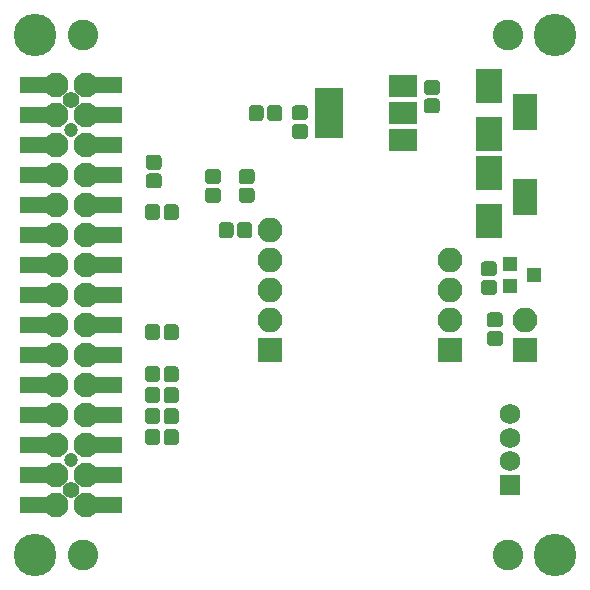
<source format=gts>
G04 #@! TF.GenerationSoftware,KiCad,Pcbnew,(5.1.4)-1*
G04 #@! TF.CreationDate,2020-04-17T11:09:56+09:00*
G04 #@! TF.ProjectId,M5_Atom2Mbus,4d355f41-746f-46d3-924d-6275732e6b69,v0.1*
G04 #@! TF.SameCoordinates,Original*
G04 #@! TF.FileFunction,Soldermask,Top*
G04 #@! TF.FilePolarity,Negative*
%FSLAX46Y46*%
G04 Gerber Fmt 4.6, Leading zero omitted, Abs format (unit mm)*
G04 Created by KiCad (PCBNEW (5.1.4)-1) date 2020-04-17 11:09:56*
%MOMM*%
%LPD*%
G04 APERTURE LIST*
%ADD10C,0.127000*%
%ADD11R,2.000200X1.568400*%
%ADD12C,1.200000*%
%ADD13C,1.400000*%
%ADD14R,3.550000X1.400000*%
%ADD15C,2.100000*%
%ADD16C,0.100000*%
%ADD17C,1.275000*%
%ADD18R,2.100000X2.100000*%
%ADD19O,2.100000X2.100000*%
%ADD20R,1.750000X1.750000*%
%ADD21C,1.750000*%
%ADD22R,1.300000X1.200000*%
%ADD23C,3.600000*%
%ADD24C,2.600000*%
%ADD25R,2.200000X2.900000*%
%ADD26R,2.400000X4.200000*%
%ADD27R,2.400000X1.900000*%
G04 APERTURE END LIST*
D10*
X149364400Y-99649800D02*
X147535600Y-99649800D01*
X149364400Y-99802200D02*
X149364400Y-99649800D01*
X147535600Y-99802200D02*
X149364400Y-99802200D01*
X147535600Y-99649800D02*
X147535600Y-99802200D01*
X147535600Y-92410800D02*
X147535600Y-92563200D01*
X147535600Y-92563200D02*
X149364400Y-92563200D01*
X149364400Y-92563200D02*
X149364400Y-92410800D01*
X149364400Y-92410800D02*
X147535600Y-92410800D01*
D11*
X148450000Y-100488000D03*
X148450000Y-98964000D03*
D12*
X110000000Y-121970000D03*
D13*
X110000000Y-124510000D03*
D12*
X110000000Y-94030000D03*
D14*
X107475000Y-90220000D03*
X107475000Y-102920000D03*
X107475000Y-100380000D03*
X107475000Y-97840000D03*
X107475000Y-95300000D03*
X107475000Y-92760000D03*
D12*
X106825000Y-90220000D03*
D14*
X112525000Y-90220000D03*
X112525000Y-92760000D03*
X112525000Y-95300000D03*
X112525000Y-97840000D03*
X112525000Y-100380000D03*
X112525000Y-102920000D03*
X107475000Y-105460000D03*
X112525000Y-105460000D03*
X107475000Y-108000000D03*
X112525000Y-108000000D03*
X107475000Y-110540000D03*
X112525000Y-110540000D03*
X107475000Y-113080000D03*
X112525000Y-113080000D03*
X107475000Y-115620000D03*
X112525000Y-115620000D03*
X107475000Y-118160000D03*
X112525000Y-118160000D03*
X107475000Y-120700000D03*
X112525000Y-120700000D03*
X107475000Y-123240000D03*
X112525000Y-123240000D03*
X107475000Y-125780000D03*
X112525000Y-125780000D03*
D12*
X106825000Y-92760000D03*
X106825000Y-95300000D03*
X106825000Y-97840000D03*
X106825000Y-100380000D03*
X106825000Y-102920000D03*
X106825000Y-105460000D03*
X106825000Y-108000000D03*
X106825000Y-110540000D03*
X106825000Y-113080000D03*
X106825000Y-115620000D03*
X106825000Y-118160000D03*
X106825000Y-120700000D03*
X106825000Y-123240000D03*
X106825000Y-125780000D03*
X113175000Y-90220000D03*
X113175000Y-92760000D03*
X113175000Y-95300000D03*
X113175000Y-97840000D03*
X113175000Y-100380000D03*
X113175000Y-102920000D03*
X113175000Y-105460000D03*
X113175000Y-108000000D03*
X113175000Y-110540000D03*
X113175000Y-113080000D03*
X113175000Y-115620000D03*
X113175000Y-118160000D03*
X113175000Y-120700000D03*
X113175000Y-123240000D03*
X113175000Y-125780000D03*
D13*
X110000000Y-91490000D03*
D15*
X108730000Y-90220000D03*
X111270000Y-90220000D03*
X108730000Y-92760000D03*
X111270000Y-92760000D03*
X108730000Y-95300000D03*
X111270000Y-95300000D03*
X108730000Y-97840000D03*
X111270000Y-97840000D03*
X108730000Y-100380000D03*
X111270000Y-100380000D03*
X108730000Y-102920000D03*
X111270000Y-102920000D03*
X108730000Y-105460000D03*
X111270000Y-105460000D03*
X108730000Y-108000000D03*
X111270000Y-108000000D03*
X108730000Y-110540000D03*
X111270000Y-110540000D03*
X108730000Y-113080000D03*
X111270000Y-113080000D03*
X108730000Y-115620000D03*
X111270000Y-115620000D03*
X108730000Y-118160000D03*
X111270000Y-118160000D03*
X108730000Y-120700000D03*
X111270000Y-120700000D03*
X108730000Y-123240000D03*
X111270000Y-123240000D03*
X108730000Y-125780000D03*
X111270000Y-125780000D03*
D16*
G36*
X122421493Y-97350035D02*
G01*
X122452435Y-97354625D01*
X122482778Y-97362225D01*
X122512230Y-97372763D01*
X122540508Y-97386138D01*
X122567338Y-97402219D01*
X122592463Y-97420853D01*
X122615640Y-97441860D01*
X122636647Y-97465037D01*
X122655281Y-97490162D01*
X122671362Y-97516992D01*
X122684737Y-97545270D01*
X122695275Y-97574722D01*
X122702875Y-97605065D01*
X122707465Y-97636007D01*
X122709000Y-97667250D01*
X122709000Y-98304750D01*
X122707465Y-98335993D01*
X122702875Y-98366935D01*
X122695275Y-98397278D01*
X122684737Y-98426730D01*
X122671362Y-98455008D01*
X122655281Y-98481838D01*
X122636647Y-98506963D01*
X122615640Y-98530140D01*
X122592463Y-98551147D01*
X122567338Y-98569781D01*
X122540508Y-98585862D01*
X122512230Y-98599237D01*
X122482778Y-98609775D01*
X122452435Y-98617375D01*
X122421493Y-98621965D01*
X122390250Y-98623500D01*
X121677750Y-98623500D01*
X121646507Y-98621965D01*
X121615565Y-98617375D01*
X121585222Y-98609775D01*
X121555770Y-98599237D01*
X121527492Y-98585862D01*
X121500662Y-98569781D01*
X121475537Y-98551147D01*
X121452360Y-98530140D01*
X121431353Y-98506963D01*
X121412719Y-98481838D01*
X121396638Y-98455008D01*
X121383263Y-98426730D01*
X121372725Y-98397278D01*
X121365125Y-98366935D01*
X121360535Y-98335993D01*
X121359000Y-98304750D01*
X121359000Y-97667250D01*
X121360535Y-97636007D01*
X121365125Y-97605065D01*
X121372725Y-97574722D01*
X121383263Y-97545270D01*
X121396638Y-97516992D01*
X121412719Y-97490162D01*
X121431353Y-97465037D01*
X121452360Y-97441860D01*
X121475537Y-97420853D01*
X121500662Y-97402219D01*
X121527492Y-97386138D01*
X121555770Y-97372763D01*
X121585222Y-97362225D01*
X121615565Y-97354625D01*
X121646507Y-97350035D01*
X121677750Y-97348500D01*
X122390250Y-97348500D01*
X122421493Y-97350035D01*
X122421493Y-97350035D01*
G37*
D17*
X122034000Y-97986000D03*
D16*
G36*
X122421493Y-98925035D02*
G01*
X122452435Y-98929625D01*
X122482778Y-98937225D01*
X122512230Y-98947763D01*
X122540508Y-98961138D01*
X122567338Y-98977219D01*
X122592463Y-98995853D01*
X122615640Y-99016860D01*
X122636647Y-99040037D01*
X122655281Y-99065162D01*
X122671362Y-99091992D01*
X122684737Y-99120270D01*
X122695275Y-99149722D01*
X122702875Y-99180065D01*
X122707465Y-99211007D01*
X122709000Y-99242250D01*
X122709000Y-99879750D01*
X122707465Y-99910993D01*
X122702875Y-99941935D01*
X122695275Y-99972278D01*
X122684737Y-100001730D01*
X122671362Y-100030008D01*
X122655281Y-100056838D01*
X122636647Y-100081963D01*
X122615640Y-100105140D01*
X122592463Y-100126147D01*
X122567338Y-100144781D01*
X122540508Y-100160862D01*
X122512230Y-100174237D01*
X122482778Y-100184775D01*
X122452435Y-100192375D01*
X122421493Y-100196965D01*
X122390250Y-100198500D01*
X121677750Y-100198500D01*
X121646507Y-100196965D01*
X121615565Y-100192375D01*
X121585222Y-100184775D01*
X121555770Y-100174237D01*
X121527492Y-100160862D01*
X121500662Y-100144781D01*
X121475537Y-100126147D01*
X121452360Y-100105140D01*
X121431353Y-100081963D01*
X121412719Y-100056838D01*
X121396638Y-100030008D01*
X121383263Y-100001730D01*
X121372725Y-99972278D01*
X121365125Y-99941935D01*
X121360535Y-99910993D01*
X121359000Y-99879750D01*
X121359000Y-99242250D01*
X121360535Y-99211007D01*
X121365125Y-99180065D01*
X121372725Y-99149722D01*
X121383263Y-99120270D01*
X121396638Y-99091992D01*
X121412719Y-99065162D01*
X121431353Y-99040037D01*
X121452360Y-99016860D01*
X121475537Y-98995853D01*
X121500662Y-98977219D01*
X121527492Y-98961138D01*
X121555770Y-98947763D01*
X121585222Y-98937225D01*
X121615565Y-98929625D01*
X121646507Y-98925035D01*
X121677750Y-98923500D01*
X122390250Y-98923500D01*
X122421493Y-98925035D01*
X122421493Y-98925035D01*
G37*
D17*
X122034000Y-99561000D03*
D16*
G36*
X118853493Y-115816535D02*
G01*
X118884435Y-115821125D01*
X118914778Y-115828725D01*
X118944230Y-115839263D01*
X118972508Y-115852638D01*
X118999338Y-115868719D01*
X119024463Y-115887353D01*
X119047640Y-115908360D01*
X119068647Y-115931537D01*
X119087281Y-115956662D01*
X119103362Y-115983492D01*
X119116737Y-116011770D01*
X119127275Y-116041222D01*
X119134875Y-116071565D01*
X119139465Y-116102507D01*
X119141000Y-116133750D01*
X119141000Y-116846250D01*
X119139465Y-116877493D01*
X119134875Y-116908435D01*
X119127275Y-116938778D01*
X119116737Y-116968230D01*
X119103362Y-116996508D01*
X119087281Y-117023338D01*
X119068647Y-117048463D01*
X119047640Y-117071640D01*
X119024463Y-117092647D01*
X118999338Y-117111281D01*
X118972508Y-117127362D01*
X118944230Y-117140737D01*
X118914778Y-117151275D01*
X118884435Y-117158875D01*
X118853493Y-117163465D01*
X118822250Y-117165000D01*
X118184750Y-117165000D01*
X118153507Y-117163465D01*
X118122565Y-117158875D01*
X118092222Y-117151275D01*
X118062770Y-117140737D01*
X118034492Y-117127362D01*
X118007662Y-117111281D01*
X117982537Y-117092647D01*
X117959360Y-117071640D01*
X117938353Y-117048463D01*
X117919719Y-117023338D01*
X117903638Y-116996508D01*
X117890263Y-116968230D01*
X117879725Y-116938778D01*
X117872125Y-116908435D01*
X117867535Y-116877493D01*
X117866000Y-116846250D01*
X117866000Y-116133750D01*
X117867535Y-116102507D01*
X117872125Y-116071565D01*
X117879725Y-116041222D01*
X117890263Y-116011770D01*
X117903638Y-115983492D01*
X117919719Y-115956662D01*
X117938353Y-115931537D01*
X117959360Y-115908360D01*
X117982537Y-115887353D01*
X118007662Y-115868719D01*
X118034492Y-115852638D01*
X118062770Y-115839263D01*
X118092222Y-115828725D01*
X118122565Y-115821125D01*
X118153507Y-115816535D01*
X118184750Y-115815000D01*
X118822250Y-115815000D01*
X118853493Y-115816535D01*
X118853493Y-115816535D01*
G37*
D17*
X118503500Y-116490000D03*
D16*
G36*
X117278493Y-115816535D02*
G01*
X117309435Y-115821125D01*
X117339778Y-115828725D01*
X117369230Y-115839263D01*
X117397508Y-115852638D01*
X117424338Y-115868719D01*
X117449463Y-115887353D01*
X117472640Y-115908360D01*
X117493647Y-115931537D01*
X117512281Y-115956662D01*
X117528362Y-115983492D01*
X117541737Y-116011770D01*
X117552275Y-116041222D01*
X117559875Y-116071565D01*
X117564465Y-116102507D01*
X117566000Y-116133750D01*
X117566000Y-116846250D01*
X117564465Y-116877493D01*
X117559875Y-116908435D01*
X117552275Y-116938778D01*
X117541737Y-116968230D01*
X117528362Y-116996508D01*
X117512281Y-117023338D01*
X117493647Y-117048463D01*
X117472640Y-117071640D01*
X117449463Y-117092647D01*
X117424338Y-117111281D01*
X117397508Y-117127362D01*
X117369230Y-117140737D01*
X117339778Y-117151275D01*
X117309435Y-117158875D01*
X117278493Y-117163465D01*
X117247250Y-117165000D01*
X116609750Y-117165000D01*
X116578507Y-117163465D01*
X116547565Y-117158875D01*
X116517222Y-117151275D01*
X116487770Y-117140737D01*
X116459492Y-117127362D01*
X116432662Y-117111281D01*
X116407537Y-117092647D01*
X116384360Y-117071640D01*
X116363353Y-117048463D01*
X116344719Y-117023338D01*
X116328638Y-116996508D01*
X116315263Y-116968230D01*
X116304725Y-116938778D01*
X116297125Y-116908435D01*
X116292535Y-116877493D01*
X116291000Y-116846250D01*
X116291000Y-116133750D01*
X116292535Y-116102507D01*
X116297125Y-116071565D01*
X116304725Y-116041222D01*
X116315263Y-116011770D01*
X116328638Y-115983492D01*
X116344719Y-115956662D01*
X116363353Y-115931537D01*
X116384360Y-115908360D01*
X116407537Y-115887353D01*
X116432662Y-115868719D01*
X116459492Y-115852638D01*
X116487770Y-115839263D01*
X116517222Y-115828725D01*
X116547565Y-115821125D01*
X116578507Y-115816535D01*
X116609750Y-115815000D01*
X117247250Y-115815000D01*
X117278493Y-115816535D01*
X117278493Y-115816535D01*
G37*
D17*
X116928500Y-116490000D03*
D18*
X126860000Y-112680000D03*
D19*
X126860000Y-110140000D03*
X126860000Y-107600000D03*
X126860000Y-105060000D03*
X126860000Y-102520000D03*
D18*
X142100000Y-112680000D03*
D19*
X142100000Y-110140000D03*
X142100000Y-107600000D03*
X142100000Y-105060000D03*
D16*
G36*
X118853493Y-100322535D02*
G01*
X118884435Y-100327125D01*
X118914778Y-100334725D01*
X118944230Y-100345263D01*
X118972508Y-100358638D01*
X118999338Y-100374719D01*
X119024463Y-100393353D01*
X119047640Y-100414360D01*
X119068647Y-100437537D01*
X119087281Y-100462662D01*
X119103362Y-100489492D01*
X119116737Y-100517770D01*
X119127275Y-100547222D01*
X119134875Y-100577565D01*
X119139465Y-100608507D01*
X119141000Y-100639750D01*
X119141000Y-101352250D01*
X119139465Y-101383493D01*
X119134875Y-101414435D01*
X119127275Y-101444778D01*
X119116737Y-101474230D01*
X119103362Y-101502508D01*
X119087281Y-101529338D01*
X119068647Y-101554463D01*
X119047640Y-101577640D01*
X119024463Y-101598647D01*
X118999338Y-101617281D01*
X118972508Y-101633362D01*
X118944230Y-101646737D01*
X118914778Y-101657275D01*
X118884435Y-101664875D01*
X118853493Y-101669465D01*
X118822250Y-101671000D01*
X118184750Y-101671000D01*
X118153507Y-101669465D01*
X118122565Y-101664875D01*
X118092222Y-101657275D01*
X118062770Y-101646737D01*
X118034492Y-101633362D01*
X118007662Y-101617281D01*
X117982537Y-101598647D01*
X117959360Y-101577640D01*
X117938353Y-101554463D01*
X117919719Y-101529338D01*
X117903638Y-101502508D01*
X117890263Y-101474230D01*
X117879725Y-101444778D01*
X117872125Y-101414435D01*
X117867535Y-101383493D01*
X117866000Y-101352250D01*
X117866000Y-100639750D01*
X117867535Y-100608507D01*
X117872125Y-100577565D01*
X117879725Y-100547222D01*
X117890263Y-100517770D01*
X117903638Y-100489492D01*
X117919719Y-100462662D01*
X117938353Y-100437537D01*
X117959360Y-100414360D01*
X117982537Y-100393353D01*
X118007662Y-100374719D01*
X118034492Y-100358638D01*
X118062770Y-100345263D01*
X118092222Y-100334725D01*
X118122565Y-100327125D01*
X118153507Y-100322535D01*
X118184750Y-100321000D01*
X118822250Y-100321000D01*
X118853493Y-100322535D01*
X118853493Y-100322535D01*
G37*
D17*
X118503500Y-100996000D03*
D16*
G36*
X117278493Y-100322535D02*
G01*
X117309435Y-100327125D01*
X117339778Y-100334725D01*
X117369230Y-100345263D01*
X117397508Y-100358638D01*
X117424338Y-100374719D01*
X117449463Y-100393353D01*
X117472640Y-100414360D01*
X117493647Y-100437537D01*
X117512281Y-100462662D01*
X117528362Y-100489492D01*
X117541737Y-100517770D01*
X117552275Y-100547222D01*
X117559875Y-100577565D01*
X117564465Y-100608507D01*
X117566000Y-100639750D01*
X117566000Y-101352250D01*
X117564465Y-101383493D01*
X117559875Y-101414435D01*
X117552275Y-101444778D01*
X117541737Y-101474230D01*
X117528362Y-101502508D01*
X117512281Y-101529338D01*
X117493647Y-101554463D01*
X117472640Y-101577640D01*
X117449463Y-101598647D01*
X117424338Y-101617281D01*
X117397508Y-101633362D01*
X117369230Y-101646737D01*
X117339778Y-101657275D01*
X117309435Y-101664875D01*
X117278493Y-101669465D01*
X117247250Y-101671000D01*
X116609750Y-101671000D01*
X116578507Y-101669465D01*
X116547565Y-101664875D01*
X116517222Y-101657275D01*
X116487770Y-101646737D01*
X116459492Y-101633362D01*
X116432662Y-101617281D01*
X116407537Y-101598647D01*
X116384360Y-101577640D01*
X116363353Y-101554463D01*
X116344719Y-101529338D01*
X116328638Y-101502508D01*
X116315263Y-101474230D01*
X116304725Y-101444778D01*
X116297125Y-101414435D01*
X116292535Y-101383493D01*
X116291000Y-101352250D01*
X116291000Y-100639750D01*
X116292535Y-100608507D01*
X116297125Y-100577565D01*
X116304725Y-100547222D01*
X116315263Y-100517770D01*
X116328638Y-100489492D01*
X116344719Y-100462662D01*
X116363353Y-100437537D01*
X116384360Y-100414360D01*
X116407537Y-100393353D01*
X116432662Y-100374719D01*
X116459492Y-100358638D01*
X116487770Y-100345263D01*
X116517222Y-100334725D01*
X116547565Y-100327125D01*
X116578507Y-100322535D01*
X116609750Y-100321000D01*
X117247250Y-100321000D01*
X117278493Y-100322535D01*
X117278493Y-100322535D01*
G37*
D17*
X116928500Y-100996000D03*
D16*
G36*
X117278493Y-110482535D02*
G01*
X117309435Y-110487125D01*
X117339778Y-110494725D01*
X117369230Y-110505263D01*
X117397508Y-110518638D01*
X117424338Y-110534719D01*
X117449463Y-110553353D01*
X117472640Y-110574360D01*
X117493647Y-110597537D01*
X117512281Y-110622662D01*
X117528362Y-110649492D01*
X117541737Y-110677770D01*
X117552275Y-110707222D01*
X117559875Y-110737565D01*
X117564465Y-110768507D01*
X117566000Y-110799750D01*
X117566000Y-111512250D01*
X117564465Y-111543493D01*
X117559875Y-111574435D01*
X117552275Y-111604778D01*
X117541737Y-111634230D01*
X117528362Y-111662508D01*
X117512281Y-111689338D01*
X117493647Y-111714463D01*
X117472640Y-111737640D01*
X117449463Y-111758647D01*
X117424338Y-111777281D01*
X117397508Y-111793362D01*
X117369230Y-111806737D01*
X117339778Y-111817275D01*
X117309435Y-111824875D01*
X117278493Y-111829465D01*
X117247250Y-111831000D01*
X116609750Y-111831000D01*
X116578507Y-111829465D01*
X116547565Y-111824875D01*
X116517222Y-111817275D01*
X116487770Y-111806737D01*
X116459492Y-111793362D01*
X116432662Y-111777281D01*
X116407537Y-111758647D01*
X116384360Y-111737640D01*
X116363353Y-111714463D01*
X116344719Y-111689338D01*
X116328638Y-111662508D01*
X116315263Y-111634230D01*
X116304725Y-111604778D01*
X116297125Y-111574435D01*
X116292535Y-111543493D01*
X116291000Y-111512250D01*
X116291000Y-110799750D01*
X116292535Y-110768507D01*
X116297125Y-110737565D01*
X116304725Y-110707222D01*
X116315263Y-110677770D01*
X116328638Y-110649492D01*
X116344719Y-110622662D01*
X116363353Y-110597537D01*
X116384360Y-110574360D01*
X116407537Y-110553353D01*
X116432662Y-110534719D01*
X116459492Y-110518638D01*
X116487770Y-110505263D01*
X116517222Y-110494725D01*
X116547565Y-110487125D01*
X116578507Y-110482535D01*
X116609750Y-110481000D01*
X117247250Y-110481000D01*
X117278493Y-110482535D01*
X117278493Y-110482535D01*
G37*
D17*
X116928500Y-111156000D03*
D16*
G36*
X118853493Y-110482535D02*
G01*
X118884435Y-110487125D01*
X118914778Y-110494725D01*
X118944230Y-110505263D01*
X118972508Y-110518638D01*
X118999338Y-110534719D01*
X119024463Y-110553353D01*
X119047640Y-110574360D01*
X119068647Y-110597537D01*
X119087281Y-110622662D01*
X119103362Y-110649492D01*
X119116737Y-110677770D01*
X119127275Y-110707222D01*
X119134875Y-110737565D01*
X119139465Y-110768507D01*
X119141000Y-110799750D01*
X119141000Y-111512250D01*
X119139465Y-111543493D01*
X119134875Y-111574435D01*
X119127275Y-111604778D01*
X119116737Y-111634230D01*
X119103362Y-111662508D01*
X119087281Y-111689338D01*
X119068647Y-111714463D01*
X119047640Y-111737640D01*
X119024463Y-111758647D01*
X118999338Y-111777281D01*
X118972508Y-111793362D01*
X118944230Y-111806737D01*
X118914778Y-111817275D01*
X118884435Y-111824875D01*
X118853493Y-111829465D01*
X118822250Y-111831000D01*
X118184750Y-111831000D01*
X118153507Y-111829465D01*
X118122565Y-111824875D01*
X118092222Y-111817275D01*
X118062770Y-111806737D01*
X118034492Y-111793362D01*
X118007662Y-111777281D01*
X117982537Y-111758647D01*
X117959360Y-111737640D01*
X117938353Y-111714463D01*
X117919719Y-111689338D01*
X117903638Y-111662508D01*
X117890263Y-111634230D01*
X117879725Y-111604778D01*
X117872125Y-111574435D01*
X117867535Y-111543493D01*
X117866000Y-111512250D01*
X117866000Y-110799750D01*
X117867535Y-110768507D01*
X117872125Y-110737565D01*
X117879725Y-110707222D01*
X117890263Y-110677770D01*
X117903638Y-110649492D01*
X117919719Y-110622662D01*
X117938353Y-110597537D01*
X117959360Y-110574360D01*
X117982537Y-110553353D01*
X118007662Y-110534719D01*
X118034492Y-110518638D01*
X118062770Y-110505263D01*
X118092222Y-110494725D01*
X118122565Y-110487125D01*
X118153507Y-110482535D01*
X118184750Y-110481000D01*
X118822250Y-110481000D01*
X118853493Y-110482535D01*
X118853493Y-110482535D01*
G37*
D17*
X118503500Y-111156000D03*
D16*
G36*
X118853493Y-114038535D02*
G01*
X118884435Y-114043125D01*
X118914778Y-114050725D01*
X118944230Y-114061263D01*
X118972508Y-114074638D01*
X118999338Y-114090719D01*
X119024463Y-114109353D01*
X119047640Y-114130360D01*
X119068647Y-114153537D01*
X119087281Y-114178662D01*
X119103362Y-114205492D01*
X119116737Y-114233770D01*
X119127275Y-114263222D01*
X119134875Y-114293565D01*
X119139465Y-114324507D01*
X119141000Y-114355750D01*
X119141000Y-115068250D01*
X119139465Y-115099493D01*
X119134875Y-115130435D01*
X119127275Y-115160778D01*
X119116737Y-115190230D01*
X119103362Y-115218508D01*
X119087281Y-115245338D01*
X119068647Y-115270463D01*
X119047640Y-115293640D01*
X119024463Y-115314647D01*
X118999338Y-115333281D01*
X118972508Y-115349362D01*
X118944230Y-115362737D01*
X118914778Y-115373275D01*
X118884435Y-115380875D01*
X118853493Y-115385465D01*
X118822250Y-115387000D01*
X118184750Y-115387000D01*
X118153507Y-115385465D01*
X118122565Y-115380875D01*
X118092222Y-115373275D01*
X118062770Y-115362737D01*
X118034492Y-115349362D01*
X118007662Y-115333281D01*
X117982537Y-115314647D01*
X117959360Y-115293640D01*
X117938353Y-115270463D01*
X117919719Y-115245338D01*
X117903638Y-115218508D01*
X117890263Y-115190230D01*
X117879725Y-115160778D01*
X117872125Y-115130435D01*
X117867535Y-115099493D01*
X117866000Y-115068250D01*
X117866000Y-114355750D01*
X117867535Y-114324507D01*
X117872125Y-114293565D01*
X117879725Y-114263222D01*
X117890263Y-114233770D01*
X117903638Y-114205492D01*
X117919719Y-114178662D01*
X117938353Y-114153537D01*
X117959360Y-114130360D01*
X117982537Y-114109353D01*
X118007662Y-114090719D01*
X118034492Y-114074638D01*
X118062770Y-114061263D01*
X118092222Y-114050725D01*
X118122565Y-114043125D01*
X118153507Y-114038535D01*
X118184750Y-114037000D01*
X118822250Y-114037000D01*
X118853493Y-114038535D01*
X118853493Y-114038535D01*
G37*
D17*
X118503500Y-114712000D03*
D16*
G36*
X117278493Y-114038535D02*
G01*
X117309435Y-114043125D01*
X117339778Y-114050725D01*
X117369230Y-114061263D01*
X117397508Y-114074638D01*
X117424338Y-114090719D01*
X117449463Y-114109353D01*
X117472640Y-114130360D01*
X117493647Y-114153537D01*
X117512281Y-114178662D01*
X117528362Y-114205492D01*
X117541737Y-114233770D01*
X117552275Y-114263222D01*
X117559875Y-114293565D01*
X117564465Y-114324507D01*
X117566000Y-114355750D01*
X117566000Y-115068250D01*
X117564465Y-115099493D01*
X117559875Y-115130435D01*
X117552275Y-115160778D01*
X117541737Y-115190230D01*
X117528362Y-115218508D01*
X117512281Y-115245338D01*
X117493647Y-115270463D01*
X117472640Y-115293640D01*
X117449463Y-115314647D01*
X117424338Y-115333281D01*
X117397508Y-115349362D01*
X117369230Y-115362737D01*
X117339778Y-115373275D01*
X117309435Y-115380875D01*
X117278493Y-115385465D01*
X117247250Y-115387000D01*
X116609750Y-115387000D01*
X116578507Y-115385465D01*
X116547565Y-115380875D01*
X116517222Y-115373275D01*
X116487770Y-115362737D01*
X116459492Y-115349362D01*
X116432662Y-115333281D01*
X116407537Y-115314647D01*
X116384360Y-115293640D01*
X116363353Y-115270463D01*
X116344719Y-115245338D01*
X116328638Y-115218508D01*
X116315263Y-115190230D01*
X116304725Y-115160778D01*
X116297125Y-115130435D01*
X116292535Y-115099493D01*
X116291000Y-115068250D01*
X116291000Y-114355750D01*
X116292535Y-114324507D01*
X116297125Y-114293565D01*
X116304725Y-114263222D01*
X116315263Y-114233770D01*
X116328638Y-114205492D01*
X116344719Y-114178662D01*
X116363353Y-114153537D01*
X116384360Y-114130360D01*
X116407537Y-114109353D01*
X116432662Y-114090719D01*
X116459492Y-114074638D01*
X116487770Y-114061263D01*
X116517222Y-114050725D01*
X116547565Y-114043125D01*
X116578507Y-114038535D01*
X116609750Y-114037000D01*
X117247250Y-114037000D01*
X117278493Y-114038535D01*
X117278493Y-114038535D01*
G37*
D17*
X116928500Y-114712000D03*
D16*
G36*
X117278493Y-119372535D02*
G01*
X117309435Y-119377125D01*
X117339778Y-119384725D01*
X117369230Y-119395263D01*
X117397508Y-119408638D01*
X117424338Y-119424719D01*
X117449463Y-119443353D01*
X117472640Y-119464360D01*
X117493647Y-119487537D01*
X117512281Y-119512662D01*
X117528362Y-119539492D01*
X117541737Y-119567770D01*
X117552275Y-119597222D01*
X117559875Y-119627565D01*
X117564465Y-119658507D01*
X117566000Y-119689750D01*
X117566000Y-120402250D01*
X117564465Y-120433493D01*
X117559875Y-120464435D01*
X117552275Y-120494778D01*
X117541737Y-120524230D01*
X117528362Y-120552508D01*
X117512281Y-120579338D01*
X117493647Y-120604463D01*
X117472640Y-120627640D01*
X117449463Y-120648647D01*
X117424338Y-120667281D01*
X117397508Y-120683362D01*
X117369230Y-120696737D01*
X117339778Y-120707275D01*
X117309435Y-120714875D01*
X117278493Y-120719465D01*
X117247250Y-120721000D01*
X116609750Y-120721000D01*
X116578507Y-120719465D01*
X116547565Y-120714875D01*
X116517222Y-120707275D01*
X116487770Y-120696737D01*
X116459492Y-120683362D01*
X116432662Y-120667281D01*
X116407537Y-120648647D01*
X116384360Y-120627640D01*
X116363353Y-120604463D01*
X116344719Y-120579338D01*
X116328638Y-120552508D01*
X116315263Y-120524230D01*
X116304725Y-120494778D01*
X116297125Y-120464435D01*
X116292535Y-120433493D01*
X116291000Y-120402250D01*
X116291000Y-119689750D01*
X116292535Y-119658507D01*
X116297125Y-119627565D01*
X116304725Y-119597222D01*
X116315263Y-119567770D01*
X116328638Y-119539492D01*
X116344719Y-119512662D01*
X116363353Y-119487537D01*
X116384360Y-119464360D01*
X116407537Y-119443353D01*
X116432662Y-119424719D01*
X116459492Y-119408638D01*
X116487770Y-119395263D01*
X116517222Y-119384725D01*
X116547565Y-119377125D01*
X116578507Y-119372535D01*
X116609750Y-119371000D01*
X117247250Y-119371000D01*
X117278493Y-119372535D01*
X117278493Y-119372535D01*
G37*
D17*
X116928500Y-120046000D03*
D16*
G36*
X118853493Y-119372535D02*
G01*
X118884435Y-119377125D01*
X118914778Y-119384725D01*
X118944230Y-119395263D01*
X118972508Y-119408638D01*
X118999338Y-119424719D01*
X119024463Y-119443353D01*
X119047640Y-119464360D01*
X119068647Y-119487537D01*
X119087281Y-119512662D01*
X119103362Y-119539492D01*
X119116737Y-119567770D01*
X119127275Y-119597222D01*
X119134875Y-119627565D01*
X119139465Y-119658507D01*
X119141000Y-119689750D01*
X119141000Y-120402250D01*
X119139465Y-120433493D01*
X119134875Y-120464435D01*
X119127275Y-120494778D01*
X119116737Y-120524230D01*
X119103362Y-120552508D01*
X119087281Y-120579338D01*
X119068647Y-120604463D01*
X119047640Y-120627640D01*
X119024463Y-120648647D01*
X118999338Y-120667281D01*
X118972508Y-120683362D01*
X118944230Y-120696737D01*
X118914778Y-120707275D01*
X118884435Y-120714875D01*
X118853493Y-120719465D01*
X118822250Y-120721000D01*
X118184750Y-120721000D01*
X118153507Y-120719465D01*
X118122565Y-120714875D01*
X118092222Y-120707275D01*
X118062770Y-120696737D01*
X118034492Y-120683362D01*
X118007662Y-120667281D01*
X117982537Y-120648647D01*
X117959360Y-120627640D01*
X117938353Y-120604463D01*
X117919719Y-120579338D01*
X117903638Y-120552508D01*
X117890263Y-120524230D01*
X117879725Y-120494778D01*
X117872125Y-120464435D01*
X117867535Y-120433493D01*
X117866000Y-120402250D01*
X117866000Y-119689750D01*
X117867535Y-119658507D01*
X117872125Y-119627565D01*
X117879725Y-119597222D01*
X117890263Y-119567770D01*
X117903638Y-119539492D01*
X117919719Y-119512662D01*
X117938353Y-119487537D01*
X117959360Y-119464360D01*
X117982537Y-119443353D01*
X118007662Y-119424719D01*
X118034492Y-119408638D01*
X118062770Y-119395263D01*
X118092222Y-119384725D01*
X118122565Y-119377125D01*
X118153507Y-119372535D01*
X118184750Y-119371000D01*
X118822250Y-119371000D01*
X118853493Y-119372535D01*
X118853493Y-119372535D01*
G37*
D17*
X118503500Y-120046000D03*
D16*
G36*
X117404993Y-97718535D02*
G01*
X117435935Y-97723125D01*
X117466278Y-97730725D01*
X117495730Y-97741263D01*
X117524008Y-97754638D01*
X117550838Y-97770719D01*
X117575963Y-97789353D01*
X117599140Y-97810360D01*
X117620147Y-97833537D01*
X117638781Y-97858662D01*
X117654862Y-97885492D01*
X117668237Y-97913770D01*
X117678775Y-97943222D01*
X117686375Y-97973565D01*
X117690965Y-98004507D01*
X117692500Y-98035750D01*
X117692500Y-98673250D01*
X117690965Y-98704493D01*
X117686375Y-98735435D01*
X117678775Y-98765778D01*
X117668237Y-98795230D01*
X117654862Y-98823508D01*
X117638781Y-98850338D01*
X117620147Y-98875463D01*
X117599140Y-98898640D01*
X117575963Y-98919647D01*
X117550838Y-98938281D01*
X117524008Y-98954362D01*
X117495730Y-98967737D01*
X117466278Y-98978275D01*
X117435935Y-98985875D01*
X117404993Y-98990465D01*
X117373750Y-98992000D01*
X116661250Y-98992000D01*
X116630007Y-98990465D01*
X116599065Y-98985875D01*
X116568722Y-98978275D01*
X116539270Y-98967737D01*
X116510992Y-98954362D01*
X116484162Y-98938281D01*
X116459037Y-98919647D01*
X116435860Y-98898640D01*
X116414853Y-98875463D01*
X116396219Y-98850338D01*
X116380138Y-98823508D01*
X116366763Y-98795230D01*
X116356225Y-98765778D01*
X116348625Y-98735435D01*
X116344035Y-98704493D01*
X116342500Y-98673250D01*
X116342500Y-98035750D01*
X116344035Y-98004507D01*
X116348625Y-97973565D01*
X116356225Y-97943222D01*
X116366763Y-97913770D01*
X116380138Y-97885492D01*
X116396219Y-97858662D01*
X116414853Y-97833537D01*
X116435860Y-97810360D01*
X116459037Y-97789353D01*
X116484162Y-97770719D01*
X116510992Y-97754638D01*
X116539270Y-97741263D01*
X116568722Y-97730725D01*
X116599065Y-97723125D01*
X116630007Y-97718535D01*
X116661250Y-97717000D01*
X117373750Y-97717000D01*
X117404993Y-97718535D01*
X117404993Y-97718535D01*
G37*
D17*
X117017500Y-98354500D03*
D16*
G36*
X117404993Y-96143535D02*
G01*
X117435935Y-96148125D01*
X117466278Y-96155725D01*
X117495730Y-96166263D01*
X117524008Y-96179638D01*
X117550838Y-96195719D01*
X117575963Y-96214353D01*
X117599140Y-96235360D01*
X117620147Y-96258537D01*
X117638781Y-96283662D01*
X117654862Y-96310492D01*
X117668237Y-96338770D01*
X117678775Y-96368222D01*
X117686375Y-96398565D01*
X117690965Y-96429507D01*
X117692500Y-96460750D01*
X117692500Y-97098250D01*
X117690965Y-97129493D01*
X117686375Y-97160435D01*
X117678775Y-97190778D01*
X117668237Y-97220230D01*
X117654862Y-97248508D01*
X117638781Y-97275338D01*
X117620147Y-97300463D01*
X117599140Y-97323640D01*
X117575963Y-97344647D01*
X117550838Y-97363281D01*
X117524008Y-97379362D01*
X117495730Y-97392737D01*
X117466278Y-97403275D01*
X117435935Y-97410875D01*
X117404993Y-97415465D01*
X117373750Y-97417000D01*
X116661250Y-97417000D01*
X116630007Y-97415465D01*
X116599065Y-97410875D01*
X116568722Y-97403275D01*
X116539270Y-97392737D01*
X116510992Y-97379362D01*
X116484162Y-97363281D01*
X116459037Y-97344647D01*
X116435860Y-97323640D01*
X116414853Y-97300463D01*
X116396219Y-97275338D01*
X116380138Y-97248508D01*
X116366763Y-97220230D01*
X116356225Y-97190778D01*
X116348625Y-97160435D01*
X116344035Y-97129493D01*
X116342500Y-97098250D01*
X116342500Y-96460750D01*
X116344035Y-96429507D01*
X116348625Y-96398565D01*
X116356225Y-96368222D01*
X116366763Y-96338770D01*
X116380138Y-96310492D01*
X116396219Y-96283662D01*
X116414853Y-96258537D01*
X116435860Y-96235360D01*
X116459037Y-96214353D01*
X116484162Y-96195719D01*
X116510992Y-96179638D01*
X116539270Y-96166263D01*
X116568722Y-96155725D01*
X116599065Y-96148125D01*
X116630007Y-96143535D01*
X116661250Y-96142000D01*
X117373750Y-96142000D01*
X117404993Y-96143535D01*
X117404993Y-96143535D01*
G37*
D17*
X117017500Y-96779500D03*
D16*
G36*
X118853493Y-117594535D02*
G01*
X118884435Y-117599125D01*
X118914778Y-117606725D01*
X118944230Y-117617263D01*
X118972508Y-117630638D01*
X118999338Y-117646719D01*
X119024463Y-117665353D01*
X119047640Y-117686360D01*
X119068647Y-117709537D01*
X119087281Y-117734662D01*
X119103362Y-117761492D01*
X119116737Y-117789770D01*
X119127275Y-117819222D01*
X119134875Y-117849565D01*
X119139465Y-117880507D01*
X119141000Y-117911750D01*
X119141000Y-118624250D01*
X119139465Y-118655493D01*
X119134875Y-118686435D01*
X119127275Y-118716778D01*
X119116737Y-118746230D01*
X119103362Y-118774508D01*
X119087281Y-118801338D01*
X119068647Y-118826463D01*
X119047640Y-118849640D01*
X119024463Y-118870647D01*
X118999338Y-118889281D01*
X118972508Y-118905362D01*
X118944230Y-118918737D01*
X118914778Y-118929275D01*
X118884435Y-118936875D01*
X118853493Y-118941465D01*
X118822250Y-118943000D01*
X118184750Y-118943000D01*
X118153507Y-118941465D01*
X118122565Y-118936875D01*
X118092222Y-118929275D01*
X118062770Y-118918737D01*
X118034492Y-118905362D01*
X118007662Y-118889281D01*
X117982537Y-118870647D01*
X117959360Y-118849640D01*
X117938353Y-118826463D01*
X117919719Y-118801338D01*
X117903638Y-118774508D01*
X117890263Y-118746230D01*
X117879725Y-118716778D01*
X117872125Y-118686435D01*
X117867535Y-118655493D01*
X117866000Y-118624250D01*
X117866000Y-117911750D01*
X117867535Y-117880507D01*
X117872125Y-117849565D01*
X117879725Y-117819222D01*
X117890263Y-117789770D01*
X117903638Y-117761492D01*
X117919719Y-117734662D01*
X117938353Y-117709537D01*
X117959360Y-117686360D01*
X117982537Y-117665353D01*
X118007662Y-117646719D01*
X118034492Y-117630638D01*
X118062770Y-117617263D01*
X118092222Y-117606725D01*
X118122565Y-117599125D01*
X118153507Y-117594535D01*
X118184750Y-117593000D01*
X118822250Y-117593000D01*
X118853493Y-117594535D01*
X118853493Y-117594535D01*
G37*
D17*
X118503500Y-118268000D03*
D16*
G36*
X117278493Y-117594535D02*
G01*
X117309435Y-117599125D01*
X117339778Y-117606725D01*
X117369230Y-117617263D01*
X117397508Y-117630638D01*
X117424338Y-117646719D01*
X117449463Y-117665353D01*
X117472640Y-117686360D01*
X117493647Y-117709537D01*
X117512281Y-117734662D01*
X117528362Y-117761492D01*
X117541737Y-117789770D01*
X117552275Y-117819222D01*
X117559875Y-117849565D01*
X117564465Y-117880507D01*
X117566000Y-117911750D01*
X117566000Y-118624250D01*
X117564465Y-118655493D01*
X117559875Y-118686435D01*
X117552275Y-118716778D01*
X117541737Y-118746230D01*
X117528362Y-118774508D01*
X117512281Y-118801338D01*
X117493647Y-118826463D01*
X117472640Y-118849640D01*
X117449463Y-118870647D01*
X117424338Y-118889281D01*
X117397508Y-118905362D01*
X117369230Y-118918737D01*
X117339778Y-118929275D01*
X117309435Y-118936875D01*
X117278493Y-118941465D01*
X117247250Y-118943000D01*
X116609750Y-118943000D01*
X116578507Y-118941465D01*
X116547565Y-118936875D01*
X116517222Y-118929275D01*
X116487770Y-118918737D01*
X116459492Y-118905362D01*
X116432662Y-118889281D01*
X116407537Y-118870647D01*
X116384360Y-118849640D01*
X116363353Y-118826463D01*
X116344719Y-118801338D01*
X116328638Y-118774508D01*
X116315263Y-118746230D01*
X116304725Y-118716778D01*
X116297125Y-118686435D01*
X116292535Y-118655493D01*
X116291000Y-118624250D01*
X116291000Y-117911750D01*
X116292535Y-117880507D01*
X116297125Y-117849565D01*
X116304725Y-117819222D01*
X116315263Y-117789770D01*
X116328638Y-117761492D01*
X116344719Y-117734662D01*
X116363353Y-117709537D01*
X116384360Y-117686360D01*
X116407537Y-117665353D01*
X116432662Y-117646719D01*
X116459492Y-117630638D01*
X116487770Y-117617263D01*
X116517222Y-117606725D01*
X116547565Y-117599125D01*
X116578507Y-117594535D01*
X116609750Y-117593000D01*
X117247250Y-117593000D01*
X117278493Y-117594535D01*
X117278493Y-117594535D01*
G37*
D17*
X116928500Y-118268000D03*
D16*
G36*
X125278993Y-97350035D02*
G01*
X125309935Y-97354625D01*
X125340278Y-97362225D01*
X125369730Y-97372763D01*
X125398008Y-97386138D01*
X125424838Y-97402219D01*
X125449963Y-97420853D01*
X125473140Y-97441860D01*
X125494147Y-97465037D01*
X125512781Y-97490162D01*
X125528862Y-97516992D01*
X125542237Y-97545270D01*
X125552775Y-97574722D01*
X125560375Y-97605065D01*
X125564965Y-97636007D01*
X125566500Y-97667250D01*
X125566500Y-98304750D01*
X125564965Y-98335993D01*
X125560375Y-98366935D01*
X125552775Y-98397278D01*
X125542237Y-98426730D01*
X125528862Y-98455008D01*
X125512781Y-98481838D01*
X125494147Y-98506963D01*
X125473140Y-98530140D01*
X125449963Y-98551147D01*
X125424838Y-98569781D01*
X125398008Y-98585862D01*
X125369730Y-98599237D01*
X125340278Y-98609775D01*
X125309935Y-98617375D01*
X125278993Y-98621965D01*
X125247750Y-98623500D01*
X124535250Y-98623500D01*
X124504007Y-98621965D01*
X124473065Y-98617375D01*
X124442722Y-98609775D01*
X124413270Y-98599237D01*
X124384992Y-98585862D01*
X124358162Y-98569781D01*
X124333037Y-98551147D01*
X124309860Y-98530140D01*
X124288853Y-98506963D01*
X124270219Y-98481838D01*
X124254138Y-98455008D01*
X124240763Y-98426730D01*
X124230225Y-98397278D01*
X124222625Y-98366935D01*
X124218035Y-98335993D01*
X124216500Y-98304750D01*
X124216500Y-97667250D01*
X124218035Y-97636007D01*
X124222625Y-97605065D01*
X124230225Y-97574722D01*
X124240763Y-97545270D01*
X124254138Y-97516992D01*
X124270219Y-97490162D01*
X124288853Y-97465037D01*
X124309860Y-97441860D01*
X124333037Y-97420853D01*
X124358162Y-97402219D01*
X124384992Y-97386138D01*
X124413270Y-97372763D01*
X124442722Y-97362225D01*
X124473065Y-97354625D01*
X124504007Y-97350035D01*
X124535250Y-97348500D01*
X125247750Y-97348500D01*
X125278993Y-97350035D01*
X125278993Y-97350035D01*
G37*
D17*
X124891500Y-97986000D03*
D16*
G36*
X125278993Y-98925035D02*
G01*
X125309935Y-98929625D01*
X125340278Y-98937225D01*
X125369730Y-98947763D01*
X125398008Y-98961138D01*
X125424838Y-98977219D01*
X125449963Y-98995853D01*
X125473140Y-99016860D01*
X125494147Y-99040037D01*
X125512781Y-99065162D01*
X125528862Y-99091992D01*
X125542237Y-99120270D01*
X125552775Y-99149722D01*
X125560375Y-99180065D01*
X125564965Y-99211007D01*
X125566500Y-99242250D01*
X125566500Y-99879750D01*
X125564965Y-99910993D01*
X125560375Y-99941935D01*
X125552775Y-99972278D01*
X125542237Y-100001730D01*
X125528862Y-100030008D01*
X125512781Y-100056838D01*
X125494147Y-100081963D01*
X125473140Y-100105140D01*
X125449963Y-100126147D01*
X125424838Y-100144781D01*
X125398008Y-100160862D01*
X125369730Y-100174237D01*
X125340278Y-100184775D01*
X125309935Y-100192375D01*
X125278993Y-100196965D01*
X125247750Y-100198500D01*
X124535250Y-100198500D01*
X124504007Y-100196965D01*
X124473065Y-100192375D01*
X124442722Y-100184775D01*
X124413270Y-100174237D01*
X124384992Y-100160862D01*
X124358162Y-100144781D01*
X124333037Y-100126147D01*
X124309860Y-100105140D01*
X124288853Y-100081963D01*
X124270219Y-100056838D01*
X124254138Y-100030008D01*
X124240763Y-100001730D01*
X124230225Y-99972278D01*
X124222625Y-99941935D01*
X124218035Y-99910993D01*
X124216500Y-99879750D01*
X124216500Y-99242250D01*
X124218035Y-99211007D01*
X124222625Y-99180065D01*
X124230225Y-99149722D01*
X124240763Y-99120270D01*
X124254138Y-99091992D01*
X124270219Y-99065162D01*
X124288853Y-99040037D01*
X124309860Y-99016860D01*
X124333037Y-98995853D01*
X124358162Y-98977219D01*
X124384992Y-98961138D01*
X124413270Y-98947763D01*
X124442722Y-98937225D01*
X124473065Y-98929625D01*
X124504007Y-98925035D01*
X124535250Y-98923500D01*
X125247750Y-98923500D01*
X125278993Y-98925035D01*
X125278993Y-98925035D01*
G37*
D17*
X124891500Y-99561000D03*
D20*
X147180000Y-124110000D03*
D21*
X147180000Y-122110000D03*
X147180000Y-120110000D03*
X147180000Y-118110000D03*
D16*
G36*
X145789493Y-106735535D02*
G01*
X145820435Y-106740125D01*
X145850778Y-106747725D01*
X145880230Y-106758263D01*
X145908508Y-106771638D01*
X145935338Y-106787719D01*
X145960463Y-106806353D01*
X145983640Y-106827360D01*
X146004647Y-106850537D01*
X146023281Y-106875662D01*
X146039362Y-106902492D01*
X146052737Y-106930770D01*
X146063275Y-106960222D01*
X146070875Y-106990565D01*
X146075465Y-107021507D01*
X146077000Y-107052750D01*
X146077000Y-107690250D01*
X146075465Y-107721493D01*
X146070875Y-107752435D01*
X146063275Y-107782778D01*
X146052737Y-107812230D01*
X146039362Y-107840508D01*
X146023281Y-107867338D01*
X146004647Y-107892463D01*
X145983640Y-107915640D01*
X145960463Y-107936647D01*
X145935338Y-107955281D01*
X145908508Y-107971362D01*
X145880230Y-107984737D01*
X145850778Y-107995275D01*
X145820435Y-108002875D01*
X145789493Y-108007465D01*
X145758250Y-108009000D01*
X145045750Y-108009000D01*
X145014507Y-108007465D01*
X144983565Y-108002875D01*
X144953222Y-107995275D01*
X144923770Y-107984737D01*
X144895492Y-107971362D01*
X144868662Y-107955281D01*
X144843537Y-107936647D01*
X144820360Y-107915640D01*
X144799353Y-107892463D01*
X144780719Y-107867338D01*
X144764638Y-107840508D01*
X144751263Y-107812230D01*
X144740725Y-107782778D01*
X144733125Y-107752435D01*
X144728535Y-107721493D01*
X144727000Y-107690250D01*
X144727000Y-107052750D01*
X144728535Y-107021507D01*
X144733125Y-106990565D01*
X144740725Y-106960222D01*
X144751263Y-106930770D01*
X144764638Y-106902492D01*
X144780719Y-106875662D01*
X144799353Y-106850537D01*
X144820360Y-106827360D01*
X144843537Y-106806353D01*
X144868662Y-106787719D01*
X144895492Y-106771638D01*
X144923770Y-106758263D01*
X144953222Y-106747725D01*
X144983565Y-106740125D01*
X145014507Y-106735535D01*
X145045750Y-106734000D01*
X145758250Y-106734000D01*
X145789493Y-106735535D01*
X145789493Y-106735535D01*
G37*
D17*
X145402000Y-107371500D03*
D16*
G36*
X145789493Y-105160535D02*
G01*
X145820435Y-105165125D01*
X145850778Y-105172725D01*
X145880230Y-105183263D01*
X145908508Y-105196638D01*
X145935338Y-105212719D01*
X145960463Y-105231353D01*
X145983640Y-105252360D01*
X146004647Y-105275537D01*
X146023281Y-105300662D01*
X146039362Y-105327492D01*
X146052737Y-105355770D01*
X146063275Y-105385222D01*
X146070875Y-105415565D01*
X146075465Y-105446507D01*
X146077000Y-105477750D01*
X146077000Y-106115250D01*
X146075465Y-106146493D01*
X146070875Y-106177435D01*
X146063275Y-106207778D01*
X146052737Y-106237230D01*
X146039362Y-106265508D01*
X146023281Y-106292338D01*
X146004647Y-106317463D01*
X145983640Y-106340640D01*
X145960463Y-106361647D01*
X145935338Y-106380281D01*
X145908508Y-106396362D01*
X145880230Y-106409737D01*
X145850778Y-106420275D01*
X145820435Y-106427875D01*
X145789493Y-106432465D01*
X145758250Y-106434000D01*
X145045750Y-106434000D01*
X145014507Y-106432465D01*
X144983565Y-106427875D01*
X144953222Y-106420275D01*
X144923770Y-106409737D01*
X144895492Y-106396362D01*
X144868662Y-106380281D01*
X144843537Y-106361647D01*
X144820360Y-106340640D01*
X144799353Y-106317463D01*
X144780719Y-106292338D01*
X144764638Y-106265508D01*
X144751263Y-106237230D01*
X144740725Y-106207778D01*
X144733125Y-106177435D01*
X144728535Y-106146493D01*
X144727000Y-106115250D01*
X144727000Y-105477750D01*
X144728535Y-105446507D01*
X144733125Y-105415565D01*
X144740725Y-105385222D01*
X144751263Y-105355770D01*
X144764638Y-105327492D01*
X144780719Y-105300662D01*
X144799353Y-105275537D01*
X144820360Y-105252360D01*
X144843537Y-105231353D01*
X144868662Y-105212719D01*
X144895492Y-105196638D01*
X144923770Y-105183263D01*
X144953222Y-105172725D01*
X144983565Y-105165125D01*
X145014507Y-105160535D01*
X145045750Y-105159000D01*
X145758250Y-105159000D01*
X145789493Y-105160535D01*
X145789493Y-105160535D01*
G37*
D17*
X145402000Y-105796500D03*
D18*
X148450000Y-112680000D03*
D19*
X148450000Y-110140000D03*
D22*
X147196000Y-105380000D03*
X147196000Y-107280000D03*
X149196000Y-106330000D03*
D16*
G36*
X146297493Y-111053535D02*
G01*
X146328435Y-111058125D01*
X146358778Y-111065725D01*
X146388230Y-111076263D01*
X146416508Y-111089638D01*
X146443338Y-111105719D01*
X146468463Y-111124353D01*
X146491640Y-111145360D01*
X146512647Y-111168537D01*
X146531281Y-111193662D01*
X146547362Y-111220492D01*
X146560737Y-111248770D01*
X146571275Y-111278222D01*
X146578875Y-111308565D01*
X146583465Y-111339507D01*
X146585000Y-111370750D01*
X146585000Y-112008250D01*
X146583465Y-112039493D01*
X146578875Y-112070435D01*
X146571275Y-112100778D01*
X146560737Y-112130230D01*
X146547362Y-112158508D01*
X146531281Y-112185338D01*
X146512647Y-112210463D01*
X146491640Y-112233640D01*
X146468463Y-112254647D01*
X146443338Y-112273281D01*
X146416508Y-112289362D01*
X146388230Y-112302737D01*
X146358778Y-112313275D01*
X146328435Y-112320875D01*
X146297493Y-112325465D01*
X146266250Y-112327000D01*
X145553750Y-112327000D01*
X145522507Y-112325465D01*
X145491565Y-112320875D01*
X145461222Y-112313275D01*
X145431770Y-112302737D01*
X145403492Y-112289362D01*
X145376662Y-112273281D01*
X145351537Y-112254647D01*
X145328360Y-112233640D01*
X145307353Y-112210463D01*
X145288719Y-112185338D01*
X145272638Y-112158508D01*
X145259263Y-112130230D01*
X145248725Y-112100778D01*
X145241125Y-112070435D01*
X145236535Y-112039493D01*
X145235000Y-112008250D01*
X145235000Y-111370750D01*
X145236535Y-111339507D01*
X145241125Y-111308565D01*
X145248725Y-111278222D01*
X145259263Y-111248770D01*
X145272638Y-111220492D01*
X145288719Y-111193662D01*
X145307353Y-111168537D01*
X145328360Y-111145360D01*
X145351537Y-111124353D01*
X145376662Y-111105719D01*
X145403492Y-111089638D01*
X145431770Y-111076263D01*
X145461222Y-111065725D01*
X145491565Y-111058125D01*
X145522507Y-111053535D01*
X145553750Y-111052000D01*
X146266250Y-111052000D01*
X146297493Y-111053535D01*
X146297493Y-111053535D01*
G37*
D17*
X145910000Y-111689500D03*
D16*
G36*
X146297493Y-109478535D02*
G01*
X146328435Y-109483125D01*
X146358778Y-109490725D01*
X146388230Y-109501263D01*
X146416508Y-109514638D01*
X146443338Y-109530719D01*
X146468463Y-109549353D01*
X146491640Y-109570360D01*
X146512647Y-109593537D01*
X146531281Y-109618662D01*
X146547362Y-109645492D01*
X146560737Y-109673770D01*
X146571275Y-109703222D01*
X146578875Y-109733565D01*
X146583465Y-109764507D01*
X146585000Y-109795750D01*
X146585000Y-110433250D01*
X146583465Y-110464493D01*
X146578875Y-110495435D01*
X146571275Y-110525778D01*
X146560737Y-110555230D01*
X146547362Y-110583508D01*
X146531281Y-110610338D01*
X146512647Y-110635463D01*
X146491640Y-110658640D01*
X146468463Y-110679647D01*
X146443338Y-110698281D01*
X146416508Y-110714362D01*
X146388230Y-110727737D01*
X146358778Y-110738275D01*
X146328435Y-110745875D01*
X146297493Y-110750465D01*
X146266250Y-110752000D01*
X145553750Y-110752000D01*
X145522507Y-110750465D01*
X145491565Y-110745875D01*
X145461222Y-110738275D01*
X145431770Y-110727737D01*
X145403492Y-110714362D01*
X145376662Y-110698281D01*
X145351537Y-110679647D01*
X145328360Y-110658640D01*
X145307353Y-110635463D01*
X145288719Y-110610338D01*
X145272638Y-110583508D01*
X145259263Y-110555230D01*
X145248725Y-110525778D01*
X145241125Y-110495435D01*
X145236535Y-110464493D01*
X145235000Y-110433250D01*
X145235000Y-109795750D01*
X145236535Y-109764507D01*
X145241125Y-109733565D01*
X145248725Y-109703222D01*
X145259263Y-109673770D01*
X145272638Y-109645492D01*
X145288719Y-109618662D01*
X145307353Y-109593537D01*
X145328360Y-109570360D01*
X145351537Y-109549353D01*
X145376662Y-109530719D01*
X145403492Y-109514638D01*
X145431770Y-109501263D01*
X145461222Y-109490725D01*
X145491565Y-109483125D01*
X145522507Y-109478535D01*
X145553750Y-109477000D01*
X146266250Y-109477000D01*
X146297493Y-109478535D01*
X146297493Y-109478535D01*
G37*
D17*
X145910000Y-110114500D03*
D23*
X107000000Y-130000000D03*
X151000000Y-130000000D03*
X151000000Y-86000000D03*
X107000000Y-86000000D03*
D24*
X111000000Y-130000000D03*
X147000000Y-130000000D03*
X147000000Y-86000000D03*
X111000000Y-86000000D03*
D16*
G36*
X140963493Y-89793535D02*
G01*
X140994435Y-89798125D01*
X141024778Y-89805725D01*
X141054230Y-89816263D01*
X141082508Y-89829638D01*
X141109338Y-89845719D01*
X141134463Y-89864353D01*
X141157640Y-89885360D01*
X141178647Y-89908537D01*
X141197281Y-89933662D01*
X141213362Y-89960492D01*
X141226737Y-89988770D01*
X141237275Y-90018222D01*
X141244875Y-90048565D01*
X141249465Y-90079507D01*
X141251000Y-90110750D01*
X141251000Y-90748250D01*
X141249465Y-90779493D01*
X141244875Y-90810435D01*
X141237275Y-90840778D01*
X141226737Y-90870230D01*
X141213362Y-90898508D01*
X141197281Y-90925338D01*
X141178647Y-90950463D01*
X141157640Y-90973640D01*
X141134463Y-90994647D01*
X141109338Y-91013281D01*
X141082508Y-91029362D01*
X141054230Y-91042737D01*
X141024778Y-91053275D01*
X140994435Y-91060875D01*
X140963493Y-91065465D01*
X140932250Y-91067000D01*
X140219750Y-91067000D01*
X140188507Y-91065465D01*
X140157565Y-91060875D01*
X140127222Y-91053275D01*
X140097770Y-91042737D01*
X140069492Y-91029362D01*
X140042662Y-91013281D01*
X140017537Y-90994647D01*
X139994360Y-90973640D01*
X139973353Y-90950463D01*
X139954719Y-90925338D01*
X139938638Y-90898508D01*
X139925263Y-90870230D01*
X139914725Y-90840778D01*
X139907125Y-90810435D01*
X139902535Y-90779493D01*
X139901000Y-90748250D01*
X139901000Y-90110750D01*
X139902535Y-90079507D01*
X139907125Y-90048565D01*
X139914725Y-90018222D01*
X139925263Y-89988770D01*
X139938638Y-89960492D01*
X139954719Y-89933662D01*
X139973353Y-89908537D01*
X139994360Y-89885360D01*
X140017537Y-89864353D01*
X140042662Y-89845719D01*
X140069492Y-89829638D01*
X140097770Y-89816263D01*
X140127222Y-89805725D01*
X140157565Y-89798125D01*
X140188507Y-89793535D01*
X140219750Y-89792000D01*
X140932250Y-89792000D01*
X140963493Y-89793535D01*
X140963493Y-89793535D01*
G37*
D17*
X140576000Y-90429500D03*
D16*
G36*
X140963493Y-91368535D02*
G01*
X140994435Y-91373125D01*
X141024778Y-91380725D01*
X141054230Y-91391263D01*
X141082508Y-91404638D01*
X141109338Y-91420719D01*
X141134463Y-91439353D01*
X141157640Y-91460360D01*
X141178647Y-91483537D01*
X141197281Y-91508662D01*
X141213362Y-91535492D01*
X141226737Y-91563770D01*
X141237275Y-91593222D01*
X141244875Y-91623565D01*
X141249465Y-91654507D01*
X141251000Y-91685750D01*
X141251000Y-92323250D01*
X141249465Y-92354493D01*
X141244875Y-92385435D01*
X141237275Y-92415778D01*
X141226737Y-92445230D01*
X141213362Y-92473508D01*
X141197281Y-92500338D01*
X141178647Y-92525463D01*
X141157640Y-92548640D01*
X141134463Y-92569647D01*
X141109338Y-92588281D01*
X141082508Y-92604362D01*
X141054230Y-92617737D01*
X141024778Y-92628275D01*
X140994435Y-92635875D01*
X140963493Y-92640465D01*
X140932250Y-92642000D01*
X140219750Y-92642000D01*
X140188507Y-92640465D01*
X140157565Y-92635875D01*
X140127222Y-92628275D01*
X140097770Y-92617737D01*
X140069492Y-92604362D01*
X140042662Y-92588281D01*
X140017537Y-92569647D01*
X139994360Y-92548640D01*
X139973353Y-92525463D01*
X139954719Y-92500338D01*
X139938638Y-92473508D01*
X139925263Y-92445230D01*
X139914725Y-92415778D01*
X139907125Y-92385435D01*
X139902535Y-92354493D01*
X139901000Y-92323250D01*
X139901000Y-91685750D01*
X139902535Y-91654507D01*
X139907125Y-91623565D01*
X139914725Y-91593222D01*
X139925263Y-91563770D01*
X139938638Y-91535492D01*
X139954719Y-91508662D01*
X139973353Y-91483537D01*
X139994360Y-91460360D01*
X140017537Y-91439353D01*
X140042662Y-91420719D01*
X140069492Y-91404638D01*
X140097770Y-91391263D01*
X140127222Y-91380725D01*
X140157565Y-91373125D01*
X140188507Y-91368535D01*
X140219750Y-91367000D01*
X140932250Y-91367000D01*
X140963493Y-91368535D01*
X140963493Y-91368535D01*
G37*
D17*
X140576000Y-92004500D03*
D16*
G36*
X129787493Y-93527535D02*
G01*
X129818435Y-93532125D01*
X129848778Y-93539725D01*
X129878230Y-93550263D01*
X129906508Y-93563638D01*
X129933338Y-93579719D01*
X129958463Y-93598353D01*
X129981640Y-93619360D01*
X130002647Y-93642537D01*
X130021281Y-93667662D01*
X130037362Y-93694492D01*
X130050737Y-93722770D01*
X130061275Y-93752222D01*
X130068875Y-93782565D01*
X130073465Y-93813507D01*
X130075000Y-93844750D01*
X130075000Y-94482250D01*
X130073465Y-94513493D01*
X130068875Y-94544435D01*
X130061275Y-94574778D01*
X130050737Y-94604230D01*
X130037362Y-94632508D01*
X130021281Y-94659338D01*
X130002647Y-94684463D01*
X129981640Y-94707640D01*
X129958463Y-94728647D01*
X129933338Y-94747281D01*
X129906508Y-94763362D01*
X129878230Y-94776737D01*
X129848778Y-94787275D01*
X129818435Y-94794875D01*
X129787493Y-94799465D01*
X129756250Y-94801000D01*
X129043750Y-94801000D01*
X129012507Y-94799465D01*
X128981565Y-94794875D01*
X128951222Y-94787275D01*
X128921770Y-94776737D01*
X128893492Y-94763362D01*
X128866662Y-94747281D01*
X128841537Y-94728647D01*
X128818360Y-94707640D01*
X128797353Y-94684463D01*
X128778719Y-94659338D01*
X128762638Y-94632508D01*
X128749263Y-94604230D01*
X128738725Y-94574778D01*
X128731125Y-94544435D01*
X128726535Y-94513493D01*
X128725000Y-94482250D01*
X128725000Y-93844750D01*
X128726535Y-93813507D01*
X128731125Y-93782565D01*
X128738725Y-93752222D01*
X128749263Y-93722770D01*
X128762638Y-93694492D01*
X128778719Y-93667662D01*
X128797353Y-93642537D01*
X128818360Y-93619360D01*
X128841537Y-93598353D01*
X128866662Y-93579719D01*
X128893492Y-93563638D01*
X128921770Y-93550263D01*
X128951222Y-93539725D01*
X128981565Y-93532125D01*
X129012507Y-93527535D01*
X129043750Y-93526000D01*
X129756250Y-93526000D01*
X129787493Y-93527535D01*
X129787493Y-93527535D01*
G37*
D17*
X129400000Y-94163500D03*
D16*
G36*
X129787493Y-91952535D02*
G01*
X129818435Y-91957125D01*
X129848778Y-91964725D01*
X129878230Y-91975263D01*
X129906508Y-91988638D01*
X129933338Y-92004719D01*
X129958463Y-92023353D01*
X129981640Y-92044360D01*
X130002647Y-92067537D01*
X130021281Y-92092662D01*
X130037362Y-92119492D01*
X130050737Y-92147770D01*
X130061275Y-92177222D01*
X130068875Y-92207565D01*
X130073465Y-92238507D01*
X130075000Y-92269750D01*
X130075000Y-92907250D01*
X130073465Y-92938493D01*
X130068875Y-92969435D01*
X130061275Y-92999778D01*
X130050737Y-93029230D01*
X130037362Y-93057508D01*
X130021281Y-93084338D01*
X130002647Y-93109463D01*
X129981640Y-93132640D01*
X129958463Y-93153647D01*
X129933338Y-93172281D01*
X129906508Y-93188362D01*
X129878230Y-93201737D01*
X129848778Y-93212275D01*
X129818435Y-93219875D01*
X129787493Y-93224465D01*
X129756250Y-93226000D01*
X129043750Y-93226000D01*
X129012507Y-93224465D01*
X128981565Y-93219875D01*
X128951222Y-93212275D01*
X128921770Y-93201737D01*
X128893492Y-93188362D01*
X128866662Y-93172281D01*
X128841537Y-93153647D01*
X128818360Y-93132640D01*
X128797353Y-93109463D01*
X128778719Y-93084338D01*
X128762638Y-93057508D01*
X128749263Y-93029230D01*
X128738725Y-92999778D01*
X128731125Y-92969435D01*
X128726535Y-92938493D01*
X128725000Y-92907250D01*
X128725000Y-92269750D01*
X128726535Y-92238507D01*
X128731125Y-92207565D01*
X128738725Y-92177222D01*
X128749263Y-92147770D01*
X128762638Y-92119492D01*
X128778719Y-92092662D01*
X128797353Y-92067537D01*
X128818360Y-92044360D01*
X128841537Y-92023353D01*
X128866662Y-92004719D01*
X128893492Y-91988638D01*
X128921770Y-91975263D01*
X128951222Y-91964725D01*
X128981565Y-91957125D01*
X129012507Y-91952535D01*
X129043750Y-91951000D01*
X129756250Y-91951000D01*
X129787493Y-91952535D01*
X129787493Y-91952535D01*
G37*
D17*
X129400000Y-92588500D03*
D25*
X145402000Y-97726000D03*
X145402000Y-101726000D03*
X145402000Y-94360000D03*
X145402000Y-90360000D03*
D11*
X148450000Y-91725000D03*
X148450000Y-93249000D03*
D16*
G36*
X125076493Y-101846535D02*
G01*
X125107435Y-101851125D01*
X125137778Y-101858725D01*
X125167230Y-101869263D01*
X125195508Y-101882638D01*
X125222338Y-101898719D01*
X125247463Y-101917353D01*
X125270640Y-101938360D01*
X125291647Y-101961537D01*
X125310281Y-101986662D01*
X125326362Y-102013492D01*
X125339737Y-102041770D01*
X125350275Y-102071222D01*
X125357875Y-102101565D01*
X125362465Y-102132507D01*
X125364000Y-102163750D01*
X125364000Y-102876250D01*
X125362465Y-102907493D01*
X125357875Y-102938435D01*
X125350275Y-102968778D01*
X125339737Y-102998230D01*
X125326362Y-103026508D01*
X125310281Y-103053338D01*
X125291647Y-103078463D01*
X125270640Y-103101640D01*
X125247463Y-103122647D01*
X125222338Y-103141281D01*
X125195508Y-103157362D01*
X125167230Y-103170737D01*
X125137778Y-103181275D01*
X125107435Y-103188875D01*
X125076493Y-103193465D01*
X125045250Y-103195000D01*
X124407750Y-103195000D01*
X124376507Y-103193465D01*
X124345565Y-103188875D01*
X124315222Y-103181275D01*
X124285770Y-103170737D01*
X124257492Y-103157362D01*
X124230662Y-103141281D01*
X124205537Y-103122647D01*
X124182360Y-103101640D01*
X124161353Y-103078463D01*
X124142719Y-103053338D01*
X124126638Y-103026508D01*
X124113263Y-102998230D01*
X124102725Y-102968778D01*
X124095125Y-102938435D01*
X124090535Y-102907493D01*
X124089000Y-102876250D01*
X124089000Y-102163750D01*
X124090535Y-102132507D01*
X124095125Y-102101565D01*
X124102725Y-102071222D01*
X124113263Y-102041770D01*
X124126638Y-102013492D01*
X124142719Y-101986662D01*
X124161353Y-101961537D01*
X124182360Y-101938360D01*
X124205537Y-101917353D01*
X124230662Y-101898719D01*
X124257492Y-101882638D01*
X124285770Y-101869263D01*
X124315222Y-101858725D01*
X124345565Y-101851125D01*
X124376507Y-101846535D01*
X124407750Y-101845000D01*
X125045250Y-101845000D01*
X125076493Y-101846535D01*
X125076493Y-101846535D01*
G37*
D17*
X124726500Y-102520000D03*
D16*
G36*
X123501493Y-101846535D02*
G01*
X123532435Y-101851125D01*
X123562778Y-101858725D01*
X123592230Y-101869263D01*
X123620508Y-101882638D01*
X123647338Y-101898719D01*
X123672463Y-101917353D01*
X123695640Y-101938360D01*
X123716647Y-101961537D01*
X123735281Y-101986662D01*
X123751362Y-102013492D01*
X123764737Y-102041770D01*
X123775275Y-102071222D01*
X123782875Y-102101565D01*
X123787465Y-102132507D01*
X123789000Y-102163750D01*
X123789000Y-102876250D01*
X123787465Y-102907493D01*
X123782875Y-102938435D01*
X123775275Y-102968778D01*
X123764737Y-102998230D01*
X123751362Y-103026508D01*
X123735281Y-103053338D01*
X123716647Y-103078463D01*
X123695640Y-103101640D01*
X123672463Y-103122647D01*
X123647338Y-103141281D01*
X123620508Y-103157362D01*
X123592230Y-103170737D01*
X123562778Y-103181275D01*
X123532435Y-103188875D01*
X123501493Y-103193465D01*
X123470250Y-103195000D01*
X122832750Y-103195000D01*
X122801507Y-103193465D01*
X122770565Y-103188875D01*
X122740222Y-103181275D01*
X122710770Y-103170737D01*
X122682492Y-103157362D01*
X122655662Y-103141281D01*
X122630537Y-103122647D01*
X122607360Y-103101640D01*
X122586353Y-103078463D01*
X122567719Y-103053338D01*
X122551638Y-103026508D01*
X122538263Y-102998230D01*
X122527725Y-102968778D01*
X122520125Y-102938435D01*
X122515535Y-102907493D01*
X122514000Y-102876250D01*
X122514000Y-102163750D01*
X122515535Y-102132507D01*
X122520125Y-102101565D01*
X122527725Y-102071222D01*
X122538263Y-102041770D01*
X122551638Y-102013492D01*
X122567719Y-101986662D01*
X122586353Y-101961537D01*
X122607360Y-101938360D01*
X122630537Y-101917353D01*
X122655662Y-101898719D01*
X122682492Y-101882638D01*
X122710770Y-101869263D01*
X122740222Y-101858725D01*
X122770565Y-101851125D01*
X122801507Y-101846535D01*
X122832750Y-101845000D01*
X123470250Y-101845000D01*
X123501493Y-101846535D01*
X123501493Y-101846535D01*
G37*
D17*
X123151500Y-102520000D03*
D16*
G36*
X126041493Y-91940535D02*
G01*
X126072435Y-91945125D01*
X126102778Y-91952725D01*
X126132230Y-91963263D01*
X126160508Y-91976638D01*
X126187338Y-91992719D01*
X126212463Y-92011353D01*
X126235640Y-92032360D01*
X126256647Y-92055537D01*
X126275281Y-92080662D01*
X126291362Y-92107492D01*
X126304737Y-92135770D01*
X126315275Y-92165222D01*
X126322875Y-92195565D01*
X126327465Y-92226507D01*
X126329000Y-92257750D01*
X126329000Y-92970250D01*
X126327465Y-93001493D01*
X126322875Y-93032435D01*
X126315275Y-93062778D01*
X126304737Y-93092230D01*
X126291362Y-93120508D01*
X126275281Y-93147338D01*
X126256647Y-93172463D01*
X126235640Y-93195640D01*
X126212463Y-93216647D01*
X126187338Y-93235281D01*
X126160508Y-93251362D01*
X126132230Y-93264737D01*
X126102778Y-93275275D01*
X126072435Y-93282875D01*
X126041493Y-93287465D01*
X126010250Y-93289000D01*
X125372750Y-93289000D01*
X125341507Y-93287465D01*
X125310565Y-93282875D01*
X125280222Y-93275275D01*
X125250770Y-93264737D01*
X125222492Y-93251362D01*
X125195662Y-93235281D01*
X125170537Y-93216647D01*
X125147360Y-93195640D01*
X125126353Y-93172463D01*
X125107719Y-93147338D01*
X125091638Y-93120508D01*
X125078263Y-93092230D01*
X125067725Y-93062778D01*
X125060125Y-93032435D01*
X125055535Y-93001493D01*
X125054000Y-92970250D01*
X125054000Y-92257750D01*
X125055535Y-92226507D01*
X125060125Y-92195565D01*
X125067725Y-92165222D01*
X125078263Y-92135770D01*
X125091638Y-92107492D01*
X125107719Y-92080662D01*
X125126353Y-92055537D01*
X125147360Y-92032360D01*
X125170537Y-92011353D01*
X125195662Y-91992719D01*
X125222492Y-91976638D01*
X125250770Y-91963263D01*
X125280222Y-91952725D01*
X125310565Y-91945125D01*
X125341507Y-91940535D01*
X125372750Y-91939000D01*
X126010250Y-91939000D01*
X126041493Y-91940535D01*
X126041493Y-91940535D01*
G37*
D17*
X125691500Y-92614000D03*
D16*
G36*
X127616493Y-91940535D02*
G01*
X127647435Y-91945125D01*
X127677778Y-91952725D01*
X127707230Y-91963263D01*
X127735508Y-91976638D01*
X127762338Y-91992719D01*
X127787463Y-92011353D01*
X127810640Y-92032360D01*
X127831647Y-92055537D01*
X127850281Y-92080662D01*
X127866362Y-92107492D01*
X127879737Y-92135770D01*
X127890275Y-92165222D01*
X127897875Y-92195565D01*
X127902465Y-92226507D01*
X127904000Y-92257750D01*
X127904000Y-92970250D01*
X127902465Y-93001493D01*
X127897875Y-93032435D01*
X127890275Y-93062778D01*
X127879737Y-93092230D01*
X127866362Y-93120508D01*
X127850281Y-93147338D01*
X127831647Y-93172463D01*
X127810640Y-93195640D01*
X127787463Y-93216647D01*
X127762338Y-93235281D01*
X127735508Y-93251362D01*
X127707230Y-93264737D01*
X127677778Y-93275275D01*
X127647435Y-93282875D01*
X127616493Y-93287465D01*
X127585250Y-93289000D01*
X126947750Y-93289000D01*
X126916507Y-93287465D01*
X126885565Y-93282875D01*
X126855222Y-93275275D01*
X126825770Y-93264737D01*
X126797492Y-93251362D01*
X126770662Y-93235281D01*
X126745537Y-93216647D01*
X126722360Y-93195640D01*
X126701353Y-93172463D01*
X126682719Y-93147338D01*
X126666638Y-93120508D01*
X126653263Y-93092230D01*
X126642725Y-93062778D01*
X126635125Y-93032435D01*
X126630535Y-93001493D01*
X126629000Y-92970250D01*
X126629000Y-92257750D01*
X126630535Y-92226507D01*
X126635125Y-92195565D01*
X126642725Y-92165222D01*
X126653263Y-92135770D01*
X126666638Y-92107492D01*
X126682719Y-92080662D01*
X126701353Y-92055537D01*
X126722360Y-92032360D01*
X126745537Y-92011353D01*
X126770662Y-91992719D01*
X126797492Y-91976638D01*
X126825770Y-91963263D01*
X126855222Y-91952725D01*
X126885565Y-91945125D01*
X126916507Y-91940535D01*
X126947750Y-91939000D01*
X127585250Y-91939000D01*
X127616493Y-91940535D01*
X127616493Y-91940535D01*
G37*
D17*
X127266500Y-92614000D03*
D26*
X131838000Y-92614000D03*
D27*
X138138000Y-92614000D03*
X138138000Y-90314000D03*
X138138000Y-94914000D03*
M02*

</source>
